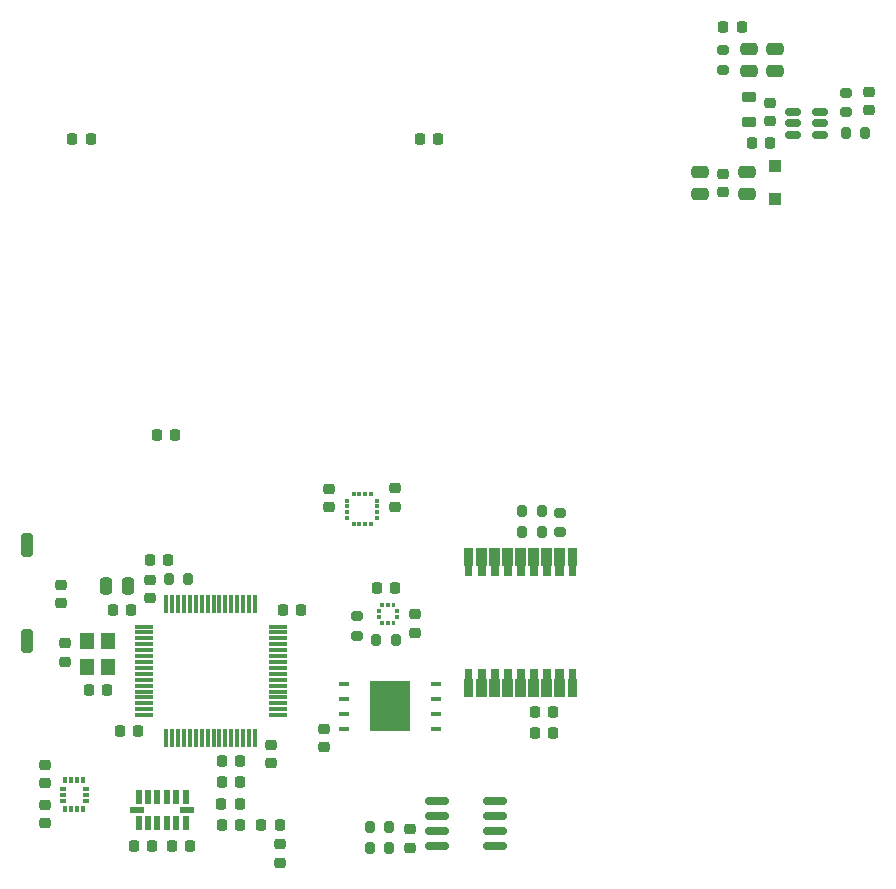
<source format=gbr>
%TF.GenerationSoftware,KiCad,Pcbnew,9.0.6*%
%TF.CreationDate,2026-02-10T23:26:08+00:00*%
%TF.ProjectId,avionics_dev_board,6176696f-6e69-4637-935f-6465765f626f,rev?*%
%TF.SameCoordinates,Original*%
%TF.FileFunction,Paste,Top*%
%TF.FilePolarity,Positive*%
%FSLAX46Y46*%
G04 Gerber Fmt 4.6, Leading zero omitted, Abs format (unit mm)*
G04 Created by KiCad (PCBNEW 9.0.6) date 2026-02-10 23:26:08*
%MOMM*%
%LPD*%
G01*
G04 APERTURE LIST*
G04 Aperture macros list*
%AMRoundRect*
0 Rectangle with rounded corners*
0 $1 Rounding radius*
0 $2 $3 $4 $5 $6 $7 $8 $9 X,Y pos of 4 corners*
0 Add a 4 corners polygon primitive as box body*
4,1,4,$2,$3,$4,$5,$6,$7,$8,$9,$2,$3,0*
0 Add four circle primitives for the rounded corners*
1,1,$1+$1,$2,$3*
1,1,$1+$1,$4,$5*
1,1,$1+$1,$6,$7*
1,1,$1+$1,$8,$9*
0 Add four rect primitives between the rounded corners*
20,1,$1+$1,$2,$3,$4,$5,0*
20,1,$1+$1,$4,$5,$6,$7,0*
20,1,$1+$1,$6,$7,$8,$9,0*
20,1,$1+$1,$8,$9,$2,$3,0*%
G04 Aperture macros list end*
%ADD10C,0.010000*%
%ADD11RoundRect,0.225000X0.250000X-0.225000X0.250000X0.225000X-0.250000X0.225000X-0.250000X-0.225000X0*%
%ADD12RoundRect,0.150000X-0.825000X-0.150000X0.825000X-0.150000X0.825000X0.150000X-0.825000X0.150000X0*%
%ADD13RoundRect,0.200000X-0.200000X-0.275000X0.200000X-0.275000X0.200000X0.275000X-0.200000X0.275000X0*%
%ADD14RoundRect,0.225000X-0.250000X0.225000X-0.250000X-0.225000X0.250000X-0.225000X0.250000X0.225000X0*%
%ADD15RoundRect,0.250000X-0.475000X0.250000X-0.475000X-0.250000X0.475000X-0.250000X0.475000X0.250000X0*%
%ADD16RoundRect,0.250000X0.475000X-0.250000X0.475000X0.250000X-0.475000X0.250000X-0.475000X-0.250000X0*%
%ADD17RoundRect,0.200000X0.275000X-0.200000X0.275000X0.200000X-0.275000X0.200000X-0.275000X-0.200000X0*%
%ADD18RoundRect,0.218750X0.381250X-0.218750X0.381250X0.218750X-0.381250X0.218750X-0.381250X-0.218750X0*%
%ADD19RoundRect,0.150000X-0.512500X-0.150000X0.512500X-0.150000X0.512500X0.150000X-0.512500X0.150000X0*%
%ADD20RoundRect,0.218750X-0.256250X0.218750X-0.256250X-0.218750X0.256250X-0.218750X0.256250X0.218750X0*%
%ADD21RoundRect,0.250000X-0.300000X0.300000X-0.300000X-0.300000X0.300000X-0.300000X0.300000X0.300000X0*%
%ADD22RoundRect,0.225000X-0.225000X-0.250000X0.225000X-0.250000X0.225000X0.250000X-0.225000X0.250000X0*%
%ADD23RoundRect,0.218750X0.218750X0.256250X-0.218750X0.256250X-0.218750X-0.256250X0.218750X-0.256250X0*%
%ADD24R,0.350000X0.625000*%
%ADD25R,0.625000X0.350000*%
%ADD26R,0.450000X0.300000*%
%ADD27R,0.300000X0.450000*%
%ADD28RoundRect,0.225000X0.225000X0.250000X-0.225000X0.250000X-0.225000X-0.250000X0.225000X-0.250000X0*%
%ADD29RoundRect,0.200000X0.200000X0.275000X-0.200000X0.275000X-0.200000X-0.275000X0.200000X-0.275000X0*%
%ADD30RoundRect,0.150000X0.350000X-0.850000X0.350000X0.850000X-0.350000X0.850000X-0.350000X-0.850000X0*%
%ADD31RoundRect,0.250000X0.250000X0.475000X-0.250000X0.475000X-0.250000X-0.475000X0.250000X-0.475000X0*%
%ADD32R,0.550000X1.145000*%
%ADD33R,1.145000X0.550000*%
%ADD34RoundRect,0.200000X-0.275000X0.200000X-0.275000X-0.200000X0.275000X-0.200000X0.275000X0.200000X0*%
%ADD35RoundRect,0.075000X-0.700000X-0.075000X0.700000X-0.075000X0.700000X0.075000X-0.700000X0.075000X0*%
%ADD36RoundRect,0.075000X-0.075000X-0.700000X0.075000X-0.700000X0.075000X0.700000X-0.075000X0.700000X0*%
%ADD37RoundRect,0.218750X-0.218750X-0.256250X0.218750X-0.256250X0.218750X0.256250X-0.218750X0.256250X0*%
%ADD38R,0.950000X0.450000*%
%ADD39R,3.450000X4.350000*%
%ADD40R,1.200000X1.400000*%
G04 APERTURE END LIST*
D10*
%TO.C,M10S*%
X174350000Y-75400000D02*
X174250000Y-75400000D01*
X174250000Y-76300000D01*
X173750000Y-76300000D01*
X173750000Y-75400000D01*
X173650000Y-75400000D01*
X173650000Y-74000000D01*
X174350000Y-74000000D01*
X174350000Y-75400000D01*
G36*
X174350000Y-75400000D02*
G01*
X174250000Y-75400000D01*
X174250000Y-76300000D01*
X173750000Y-76300000D01*
X173750000Y-75400000D01*
X173650000Y-75400000D01*
X173650000Y-74000000D01*
X174350000Y-74000000D01*
X174350000Y-75400000D01*
G37*
X174250000Y-85100000D02*
X174350000Y-85100000D01*
X174350000Y-86500000D01*
X173650000Y-86500000D01*
X173650000Y-85100000D01*
X173750000Y-85100000D01*
X173750000Y-84200000D01*
X174250000Y-84200000D01*
X174250000Y-85100000D01*
G36*
X174250000Y-85100000D02*
G01*
X174350000Y-85100000D01*
X174350000Y-86500000D01*
X173650000Y-86500000D01*
X173650000Y-85100000D01*
X173750000Y-85100000D01*
X173750000Y-84200000D01*
X174250000Y-84200000D01*
X174250000Y-85100000D01*
G37*
X175500000Y-75400000D02*
X175400000Y-75400000D01*
X175400000Y-76300000D01*
X174800000Y-76300000D01*
X174800000Y-75400000D01*
X174700000Y-75400000D01*
X174700000Y-74000000D01*
X175500000Y-74000000D01*
X175500000Y-75400000D01*
G36*
X175500000Y-75400000D02*
G01*
X175400000Y-75400000D01*
X175400000Y-76300000D01*
X174800000Y-76300000D01*
X174800000Y-75400000D01*
X174700000Y-75400000D01*
X174700000Y-74000000D01*
X175500000Y-74000000D01*
X175500000Y-75400000D01*
G37*
X175400000Y-85100000D02*
X175500000Y-85100000D01*
X175500000Y-86500000D01*
X174700000Y-86500000D01*
X174700000Y-85100000D01*
X174800000Y-85100000D01*
X174800000Y-84200000D01*
X175400000Y-84200000D01*
X175400000Y-85100000D01*
G36*
X175400000Y-85100000D02*
G01*
X175500000Y-85100000D01*
X175500000Y-86500000D01*
X174700000Y-86500000D01*
X174700000Y-85100000D01*
X174800000Y-85100000D01*
X174800000Y-84200000D01*
X175400000Y-84200000D01*
X175400000Y-85100000D01*
G37*
X176600000Y-75400000D02*
X176500000Y-75400000D01*
X176500000Y-76300000D01*
X175900000Y-76300000D01*
X175900000Y-75400000D01*
X175800000Y-75400000D01*
X175800000Y-74000000D01*
X176600000Y-74000000D01*
X176600000Y-75400000D01*
G36*
X176600000Y-75400000D02*
G01*
X176500000Y-75400000D01*
X176500000Y-76300000D01*
X175900000Y-76300000D01*
X175900000Y-75400000D01*
X175800000Y-75400000D01*
X175800000Y-74000000D01*
X176600000Y-74000000D01*
X176600000Y-75400000D01*
G37*
X176500000Y-85100000D02*
X176600000Y-85100000D01*
X176600000Y-86500000D01*
X175800000Y-86500000D01*
X175800000Y-85100000D01*
X175900000Y-85100000D01*
X175900000Y-84200000D01*
X176500000Y-84200000D01*
X176500000Y-85100000D01*
G36*
X176500000Y-85100000D02*
G01*
X176600000Y-85100000D01*
X176600000Y-86500000D01*
X175800000Y-86500000D01*
X175800000Y-85100000D01*
X175900000Y-85100000D01*
X175900000Y-84200000D01*
X176500000Y-84200000D01*
X176500000Y-85100000D01*
G37*
X177700000Y-75400000D02*
X177600000Y-75400000D01*
X177600000Y-76300000D01*
X177000000Y-76300000D01*
X177000000Y-75400000D01*
X176900000Y-75400000D01*
X176900000Y-74000000D01*
X177700000Y-74000000D01*
X177700000Y-75400000D01*
G36*
X177700000Y-75400000D02*
G01*
X177600000Y-75400000D01*
X177600000Y-76300000D01*
X177000000Y-76300000D01*
X177000000Y-75400000D01*
X176900000Y-75400000D01*
X176900000Y-74000000D01*
X177700000Y-74000000D01*
X177700000Y-75400000D01*
G37*
X177600000Y-85100000D02*
X177700000Y-85100000D01*
X177700000Y-86500000D01*
X176900000Y-86500000D01*
X176900000Y-85100000D01*
X177000000Y-85100000D01*
X177000000Y-84200000D01*
X177600000Y-84200000D01*
X177600000Y-85100000D01*
G36*
X177600000Y-85100000D02*
G01*
X177700000Y-85100000D01*
X177700000Y-86500000D01*
X176900000Y-86500000D01*
X176900000Y-85100000D01*
X177000000Y-85100000D01*
X177000000Y-84200000D01*
X177600000Y-84200000D01*
X177600000Y-85100000D01*
G37*
X178800000Y-75400000D02*
X178700000Y-75400000D01*
X178700000Y-76300000D01*
X178100000Y-76300000D01*
X178100000Y-75400000D01*
X178000000Y-75400000D01*
X178000000Y-74000000D01*
X178800000Y-74000000D01*
X178800000Y-75400000D01*
G36*
X178800000Y-75400000D02*
G01*
X178700000Y-75400000D01*
X178700000Y-76300000D01*
X178100000Y-76300000D01*
X178100000Y-75400000D01*
X178000000Y-75400000D01*
X178000000Y-74000000D01*
X178800000Y-74000000D01*
X178800000Y-75400000D01*
G37*
X178700000Y-85100000D02*
X178800000Y-85100000D01*
X178800000Y-86500000D01*
X178000000Y-86500000D01*
X178000000Y-85100000D01*
X178100000Y-85100000D01*
X178100000Y-84200000D01*
X178700000Y-84200000D01*
X178700000Y-85100000D01*
G36*
X178700000Y-85100000D02*
G01*
X178800000Y-85100000D01*
X178800000Y-86500000D01*
X178000000Y-86500000D01*
X178000000Y-85100000D01*
X178100000Y-85100000D01*
X178100000Y-84200000D01*
X178700000Y-84200000D01*
X178700000Y-85100000D01*
G37*
X179900000Y-75400000D02*
X179800000Y-75400000D01*
X179800000Y-76300000D01*
X179200000Y-76300000D01*
X179200000Y-75400000D01*
X179100000Y-75400000D01*
X179100000Y-74000000D01*
X179900000Y-74000000D01*
X179900000Y-75400000D01*
G36*
X179900000Y-75400000D02*
G01*
X179800000Y-75400000D01*
X179800000Y-76300000D01*
X179200000Y-76300000D01*
X179200000Y-75400000D01*
X179100000Y-75400000D01*
X179100000Y-74000000D01*
X179900000Y-74000000D01*
X179900000Y-75400000D01*
G37*
X179800000Y-85100000D02*
X179900000Y-85100000D01*
X179900000Y-86500000D01*
X179100000Y-86500000D01*
X179100000Y-85100000D01*
X179200000Y-85100000D01*
X179200000Y-84200000D01*
X179800000Y-84200000D01*
X179800000Y-85100000D01*
G36*
X179800000Y-85100000D02*
G01*
X179900000Y-85100000D01*
X179900000Y-86500000D01*
X179100000Y-86500000D01*
X179100000Y-85100000D01*
X179200000Y-85100000D01*
X179200000Y-84200000D01*
X179800000Y-84200000D01*
X179800000Y-85100000D01*
G37*
X181000000Y-75400000D02*
X180900000Y-75400000D01*
X180900000Y-76300000D01*
X180300000Y-76300000D01*
X180300000Y-75400000D01*
X180200000Y-75400000D01*
X180200000Y-74000000D01*
X181000000Y-74000000D01*
X181000000Y-75400000D01*
G36*
X181000000Y-75400000D02*
G01*
X180900000Y-75400000D01*
X180900000Y-76300000D01*
X180300000Y-76300000D01*
X180300000Y-75400000D01*
X180200000Y-75400000D01*
X180200000Y-74000000D01*
X181000000Y-74000000D01*
X181000000Y-75400000D01*
G37*
X180900000Y-85100000D02*
X181000000Y-85100000D01*
X181000000Y-86500000D01*
X180200000Y-86500000D01*
X180200000Y-85100000D01*
X180300000Y-85100000D01*
X180300000Y-84200000D01*
X180900000Y-84200000D01*
X180900000Y-85100000D01*
G36*
X180900000Y-85100000D02*
G01*
X181000000Y-85100000D01*
X181000000Y-86500000D01*
X180200000Y-86500000D01*
X180200000Y-85100000D01*
X180300000Y-85100000D01*
X180300000Y-84200000D01*
X180900000Y-84200000D01*
X180900000Y-85100000D01*
G37*
X182100000Y-75400000D02*
X182000000Y-75400000D01*
X182000000Y-76300000D01*
X181400000Y-76300000D01*
X181400000Y-75400000D01*
X181300000Y-75400000D01*
X181300000Y-74000000D01*
X182100000Y-74000000D01*
X182100000Y-75400000D01*
G36*
X182100000Y-75400000D02*
G01*
X182000000Y-75400000D01*
X182000000Y-76300000D01*
X181400000Y-76300000D01*
X181400000Y-75400000D01*
X181300000Y-75400000D01*
X181300000Y-74000000D01*
X182100000Y-74000000D01*
X182100000Y-75400000D01*
G37*
X182000000Y-85100000D02*
X182100000Y-85100000D01*
X182100000Y-86500000D01*
X181300000Y-86500000D01*
X181300000Y-85100000D01*
X181400000Y-85100000D01*
X181400000Y-84200000D01*
X182000000Y-84200000D01*
X182000000Y-85100000D01*
G36*
X182000000Y-85100000D02*
G01*
X182100000Y-85100000D01*
X182100000Y-86500000D01*
X181300000Y-86500000D01*
X181300000Y-85100000D01*
X181400000Y-85100000D01*
X181400000Y-84200000D01*
X182000000Y-84200000D01*
X182000000Y-85100000D01*
G37*
X183150000Y-75400000D02*
X183050000Y-75400000D01*
X183050000Y-76300000D01*
X182550000Y-76300000D01*
X182550000Y-75400000D01*
X182450000Y-75400000D01*
X182450000Y-74000000D01*
X183150000Y-74000000D01*
X183150000Y-75400000D01*
G36*
X183150000Y-75400000D02*
G01*
X183050000Y-75400000D01*
X183050000Y-76300000D01*
X182550000Y-76300000D01*
X182550000Y-75400000D01*
X182450000Y-75400000D01*
X182450000Y-74000000D01*
X183150000Y-74000000D01*
X183150000Y-75400000D01*
G37*
X183050000Y-85100000D02*
X183150000Y-85100000D01*
X183150000Y-86500000D01*
X182450000Y-86500000D01*
X182450000Y-85100000D01*
X182550000Y-85100000D01*
X182550000Y-84200000D01*
X183050000Y-84200000D01*
X183050000Y-85100000D01*
G36*
X183050000Y-85100000D02*
G01*
X183150000Y-85100000D01*
X183150000Y-86500000D01*
X182450000Y-86500000D01*
X182450000Y-85100000D01*
X182550000Y-85100000D01*
X182550000Y-84200000D01*
X183050000Y-84200000D01*
X183050000Y-85100000D01*
G37*
%TO.C,BMP1*%
X166512500Y-79400000D02*
X166287500Y-79400000D01*
X166287500Y-79200000D01*
X166512500Y-79200000D01*
X166512500Y-79400000D01*
G36*
X166512500Y-79400000D02*
G01*
X166287500Y-79400000D01*
X166287500Y-79200000D01*
X166512500Y-79200000D01*
X166512500Y-79400000D01*
G37*
X166512500Y-79900000D02*
X166287500Y-79900000D01*
X166287500Y-79700000D01*
X166512500Y-79700000D01*
X166512500Y-79900000D01*
G36*
X166512500Y-79900000D02*
G01*
X166287500Y-79900000D01*
X166287500Y-79700000D01*
X166512500Y-79700000D01*
X166512500Y-79900000D01*
G37*
X166762500Y-78900000D02*
X166562500Y-78900000D01*
X166562500Y-78675000D01*
X166762500Y-78675000D01*
X166762500Y-78900000D01*
G36*
X166762500Y-78900000D02*
G01*
X166562500Y-78900000D01*
X166562500Y-78675000D01*
X166762500Y-78675000D01*
X166762500Y-78900000D01*
G37*
X166762500Y-80425000D02*
X166562500Y-80425000D01*
X166562500Y-80200000D01*
X166762500Y-80200000D01*
X166762500Y-80425000D01*
G36*
X166762500Y-80425000D02*
G01*
X166562500Y-80425000D01*
X166562500Y-80200000D01*
X166762500Y-80200000D01*
X166762500Y-80425000D01*
G37*
X167262500Y-78900000D02*
X167062500Y-78900000D01*
X167062500Y-78675000D01*
X167262500Y-78675000D01*
X167262500Y-78900000D01*
G36*
X167262500Y-78900000D02*
G01*
X167062500Y-78900000D01*
X167062500Y-78675000D01*
X167262500Y-78675000D01*
X167262500Y-78900000D01*
G37*
X167262500Y-80425000D02*
X167062500Y-80425000D01*
X167062500Y-80200000D01*
X167262500Y-80200000D01*
X167262500Y-80425000D01*
G36*
X167262500Y-80425000D02*
G01*
X167062500Y-80425000D01*
X167062500Y-80200000D01*
X167262500Y-80200000D01*
X167262500Y-80425000D01*
G37*
X167762500Y-78900000D02*
X167562500Y-78900000D01*
X167562500Y-78675000D01*
X167762500Y-78675000D01*
X167762500Y-78900000D01*
G36*
X167762500Y-78900000D02*
G01*
X167562500Y-78900000D01*
X167562500Y-78675000D01*
X167762500Y-78675000D01*
X167762500Y-78900000D01*
G37*
X167762500Y-80425000D02*
X167562500Y-80425000D01*
X167562500Y-80200000D01*
X167762500Y-80200000D01*
X167762500Y-80425000D01*
G36*
X167762500Y-80425000D02*
G01*
X167562500Y-80425000D01*
X167562500Y-80200000D01*
X167762500Y-80200000D01*
X167762500Y-80425000D01*
G37*
X168037500Y-79400000D02*
X167812500Y-79400000D01*
X167812500Y-79200000D01*
X168037500Y-79200000D01*
X168037500Y-79400000D01*
G36*
X168037500Y-79400000D02*
G01*
X167812500Y-79400000D01*
X167812500Y-79200000D01*
X168037500Y-79200000D01*
X168037500Y-79400000D01*
G37*
X168037500Y-79900000D02*
X167812500Y-79900000D01*
X167812500Y-79700000D01*
X168037500Y-79700000D01*
X168037500Y-79900000D01*
G36*
X168037500Y-79900000D02*
G01*
X167812500Y-79900000D01*
X167812500Y-79700000D01*
X168037500Y-79700000D01*
X168037500Y-79900000D01*
G37*
%TD*%
D11*
%TO.C,C37*%
X169078168Y-99370000D03*
X169078168Y-97820000D03*
%TD*%
D12*
%TO.C,Q3*%
X171328168Y-95400000D03*
X171328168Y-96670000D03*
X171328168Y-97940000D03*
X171328168Y-99210000D03*
X176278168Y-99210000D03*
X176278168Y-97940000D03*
X176278168Y-96670000D03*
X176278168Y-95400000D03*
%TD*%
D13*
%TO.C,R12*%
X165653168Y-99395000D03*
X167303168Y-99395000D03*
%TD*%
%TO.C,R11*%
X165653168Y-97595000D03*
X167303168Y-97595000D03*
%TD*%
D14*
%TO.C,C13*%
X158075000Y-99075000D03*
X158075000Y-100625000D03*
%TD*%
D15*
%TO.C,C8*%
X200000000Y-31737500D03*
X200000000Y-33637500D03*
%TD*%
D16*
%TO.C,C1*%
X193600000Y-44037500D03*
X193600000Y-42137500D03*
%TD*%
D17*
%TO.C,R3*%
X195600000Y-33512500D03*
X195600000Y-31862500D03*
%TD*%
D18*
%TO.C,L1*%
X197800000Y-37950000D03*
X197800000Y-35825000D03*
%TD*%
D15*
%TO.C,C2*%
X197600000Y-42137500D03*
X197600000Y-44037500D03*
%TD*%
D19*
%TO.C,BUCK*%
X201525000Y-37087500D03*
X201525000Y-38037500D03*
X201525000Y-38987500D03*
X203800000Y-38987500D03*
X203800000Y-38037500D03*
X203800000Y-37087500D03*
%TD*%
D13*
%TO.C,R1*%
X205975000Y-38887500D03*
X207625000Y-38887500D03*
%TD*%
D20*
%TO.C,F1*%
X195600000Y-42300000D03*
X195600000Y-43875000D03*
%TD*%
D21*
%TO.C,D2*%
X200000000Y-41687500D03*
X200000000Y-44487500D03*
%TD*%
D15*
%TO.C,C9*%
X197800000Y-31737500D03*
X197800000Y-33637500D03*
%TD*%
D14*
%TO.C,C4*%
X207950000Y-35387500D03*
X207950000Y-36937500D03*
%TD*%
D17*
%TO.C,R2*%
X206000000Y-37112500D03*
X206000000Y-35462500D03*
%TD*%
D22*
%TO.C,C3*%
X198025000Y-39687500D03*
X199575000Y-39687500D03*
%TD*%
D23*
%TO.C,PWR_LED*%
X197187500Y-29887500D03*
X195612500Y-29887500D03*
%TD*%
D14*
%TO.C,C7*%
X199600000Y-36312500D03*
X199600000Y-37862500D03*
%TD*%
D24*
%TO.C,LSM6*%
X141387500Y-93662500D03*
X140887500Y-93662500D03*
X140387500Y-93662500D03*
X139887500Y-93667500D03*
D25*
X139662500Y-94387500D03*
X139662500Y-94887500D03*
X139662500Y-95387500D03*
D24*
X139887500Y-96112500D03*
X140387500Y-96112500D03*
X140887500Y-96112500D03*
X141387500Y-96112500D03*
D25*
X141612500Y-95387500D03*
X141612500Y-94887500D03*
X141612500Y-94387500D03*
%TD*%
D26*
%TO.C,MMC*%
X166325000Y-71475000D03*
X166325000Y-70975000D03*
X166325000Y-70475000D03*
X166325000Y-69975000D03*
D27*
X165800000Y-69450000D03*
X165300000Y-69450000D03*
X164800000Y-69450000D03*
X164300000Y-69450000D03*
D26*
X163775000Y-69975000D03*
X163775000Y-70475000D03*
X163775000Y-70975000D03*
X163775000Y-71475000D03*
D27*
X164300000Y-72000000D03*
X164800000Y-72000000D03*
X165300000Y-72000000D03*
X165800000Y-72000000D03*
%TD*%
D28*
%TO.C,C18*%
X154675000Y-97450000D03*
X153125000Y-97450000D03*
%TD*%
D29*
%TO.C,R8*%
X167887500Y-81800000D03*
X166237500Y-81800000D03*
%TD*%
D28*
%TO.C,C21*%
X143450000Y-86050000D03*
X141900000Y-86050000D03*
%TD*%
D11*
%TO.C,C19*%
X139500000Y-78675000D03*
X139500000Y-77125000D03*
%TD*%
D28*
%TO.C,C16*%
X154650000Y-95650000D03*
X153100000Y-95650000D03*
%TD*%
D30*
%TO.C,RST*%
X136675000Y-73750000D03*
X136675000Y-81850000D03*
%TD*%
D28*
%TO.C,C15*%
X154675000Y-93850000D03*
X153125000Y-93850000D03*
%TD*%
%TO.C,C35*%
X142055000Y-39400000D03*
X140505000Y-39400000D03*
%TD*%
%TO.C,C17*%
X146050000Y-89450000D03*
X144500000Y-89450000D03*
%TD*%
%TO.C,C11*%
X145450000Y-79250000D03*
X143900000Y-79250000D03*
%TD*%
D22*
%TO.C,C10*%
X158300000Y-79250000D03*
X159850000Y-79250000D03*
%TD*%
D29*
%TO.C,R4*%
X150300000Y-76650000D03*
X148650000Y-76650000D03*
%TD*%
D31*
%TO.C,C6*%
X145225000Y-77250000D03*
X143325000Y-77250000D03*
%TD*%
D14*
%TO.C,C30*%
X167850000Y-68950000D03*
X167850000Y-70500000D03*
%TD*%
%TO.C,C5*%
X157275000Y-90650000D03*
X157275000Y-92200000D03*
%TD*%
%TO.C,C20*%
X139875000Y-82075000D03*
X139875000Y-83625000D03*
%TD*%
D32*
%TO.C,ADXL*%
X146100000Y-97297500D03*
X146900000Y-97297500D03*
X147700000Y-97297500D03*
X148500000Y-97297500D03*
X149300000Y-97297500D03*
X150100000Y-97297500D03*
D33*
X150197500Y-96200000D03*
D32*
X150100000Y-95102500D03*
X149300000Y-95102500D03*
X148500000Y-95102500D03*
X147700000Y-95102500D03*
X146900000Y-95102500D03*
X146100000Y-95102500D03*
D33*
X146002500Y-96200000D03*
%TD*%
D22*
%TO.C,C25*%
X148900000Y-99200000D03*
X150450000Y-99200000D03*
%TD*%
D34*
%TO.C,R13*%
X181800000Y-71025000D03*
X181800000Y-72675000D03*
%TD*%
D11*
%TO.C,C33*%
X161800000Y-90875000D03*
X161800000Y-89325000D03*
%TD*%
D34*
%TO.C,R7*%
X164600000Y-79762500D03*
X164600000Y-81412500D03*
%TD*%
D11*
%TO.C,C12*%
X147075000Y-78225000D03*
X147075000Y-76675000D03*
%TD*%
D22*
%TO.C,C36*%
X147660000Y-64400000D03*
X149210000Y-64400000D03*
%TD*%
D28*
%TO.C,C34*%
X171455000Y-39400000D03*
X169905000Y-39400000D03*
%TD*%
D14*
%TO.C,C24*%
X138187500Y-92337500D03*
X138187500Y-93887500D03*
%TD*%
D29*
%TO.C,R15*%
X180225000Y-72650000D03*
X178575000Y-72650000D03*
%TD*%
D28*
%TO.C,C14*%
X154675000Y-92050000D03*
X153125000Y-92050000D03*
%TD*%
D11*
%TO.C,C27*%
X169462500Y-81162500D03*
X169462500Y-79612500D03*
%TD*%
D22*
%TO.C,C32*%
X179625000Y-89650000D03*
X181175000Y-89650000D03*
%TD*%
D35*
%TO.C,MCU*%
X146525000Y-80650000D03*
X146525000Y-81150000D03*
X146525000Y-81650000D03*
X146525000Y-82150000D03*
X146525000Y-82650000D03*
X146525000Y-83150000D03*
X146525000Y-83650000D03*
X146525000Y-84150000D03*
X146525000Y-84650000D03*
X146525000Y-85150000D03*
X146525000Y-85650000D03*
X146525000Y-86150000D03*
X146525000Y-86650000D03*
X146525000Y-87150000D03*
X146525000Y-87650000D03*
X146525000Y-88150000D03*
D36*
X148450000Y-90075000D03*
X148950000Y-90075000D03*
X149450000Y-90075000D03*
X149950000Y-90075000D03*
X150450000Y-90075000D03*
X150950000Y-90075000D03*
X151450000Y-90075000D03*
X151950000Y-90075000D03*
X152450000Y-90075000D03*
X152950000Y-90075000D03*
X153450000Y-90075000D03*
X153950000Y-90075000D03*
X154450000Y-90075000D03*
X154950000Y-90075000D03*
X155450000Y-90075000D03*
X155950000Y-90075000D03*
D35*
X157875000Y-88150000D03*
X157875000Y-87650000D03*
X157875000Y-87150000D03*
X157875000Y-86650000D03*
X157875000Y-86150000D03*
X157875000Y-85650000D03*
X157875000Y-85150000D03*
X157875000Y-84650000D03*
X157875000Y-84150000D03*
X157875000Y-83650000D03*
X157875000Y-83150000D03*
X157875000Y-82650000D03*
X157875000Y-82150000D03*
X157875000Y-81650000D03*
X157875000Y-81150000D03*
X157875000Y-80650000D03*
D36*
X155950000Y-78725000D03*
X155450000Y-78725000D03*
X154950000Y-78725000D03*
X154450000Y-78725000D03*
X153950000Y-78725000D03*
X153450000Y-78725000D03*
X152950000Y-78725000D03*
X152450000Y-78725000D03*
X151950000Y-78725000D03*
X151450000Y-78725000D03*
X150950000Y-78725000D03*
X150450000Y-78725000D03*
X149950000Y-78725000D03*
X149450000Y-78725000D03*
X148950000Y-78725000D03*
X148450000Y-78725000D03*
%TD*%
D37*
%TO.C,FB1*%
X156487500Y-97450000D03*
X158062500Y-97450000D03*
%TD*%
D22*
%TO.C,C31*%
X179625000Y-87850000D03*
X181175000Y-87850000D03*
%TD*%
D38*
%TO.C,W25Q*%
X171300000Y-89310000D03*
X171300000Y-88040000D03*
X171300000Y-86770000D03*
X171300000Y-85500000D03*
X163500000Y-85500000D03*
X163500000Y-86770000D03*
X163500000Y-88040000D03*
X163500000Y-89310000D03*
D39*
X167400000Y-87405000D03*
%TD*%
D29*
%TO.C,R14*%
X180225000Y-70900000D03*
X178575000Y-70900000D03*
%TD*%
D28*
%TO.C,C26*%
X147275000Y-99200000D03*
X145725000Y-99200000D03*
%TD*%
%TO.C,C22*%
X148625000Y-75050000D03*
X147075000Y-75050000D03*
%TD*%
D14*
%TO.C,C29*%
X162250000Y-68975000D03*
X162250000Y-70525000D03*
%TD*%
D28*
%TO.C,C28*%
X167837500Y-77387500D03*
X166287500Y-77387500D03*
%TD*%
D14*
%TO.C,C23*%
X138187500Y-95737500D03*
X138187500Y-97287500D03*
%TD*%
D40*
%TO.C,Y1*%
X143475000Y-81850000D03*
X143475000Y-84050000D03*
X141775000Y-84050000D03*
X141775000Y-81850000D03*
%TD*%
M02*

</source>
